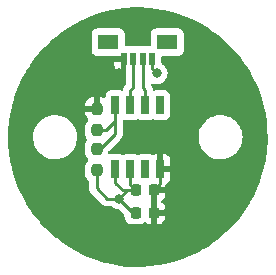
<source format=gbr>
%TF.GenerationSoftware,KiCad,Pcbnew,(6.0.7)*%
%TF.CreationDate,2022-09-29T17:13:44+13:00*%
%TF.ProjectId,encoder,656e636f-6465-4722-9e6b-696361645f70,rev?*%
%TF.SameCoordinates,Original*%
%TF.FileFunction,Copper,L1,Top*%
%TF.FilePolarity,Positive*%
%FSLAX46Y46*%
G04 Gerber Fmt 4.6, Leading zero omitted, Abs format (unit mm)*
G04 Created by KiCad (PCBNEW (6.0.7)) date 2022-09-29 17:13:44*
%MOMM*%
%LPD*%
G01*
G04 APERTURE LIST*
G04 Aperture macros list*
%AMRoundRect*
0 Rectangle with rounded corners*
0 $1 Rounding radius*
0 $2 $3 $4 $5 $6 $7 $8 $9 X,Y pos of 4 corners*
0 Add a 4 corners polygon primitive as box body*
4,1,4,$2,$3,$4,$5,$6,$7,$8,$9,$2,$3,0*
0 Add four circle primitives for the rounded corners*
1,1,$1+$1,$2,$3*
1,1,$1+$1,$4,$5*
1,1,$1+$1,$6,$7*
1,1,$1+$1,$8,$9*
0 Add four rect primitives between the rounded corners*
20,1,$1+$1,$2,$3,$4,$5,0*
20,1,$1+$1,$4,$5,$6,$7,0*
20,1,$1+$1,$6,$7,$8,$9,0*
20,1,$1+$1,$8,$9,$2,$3,0*%
G04 Aperture macros list end*
%TA.AperFunction,SMDPad,CuDef*%
%ADD10R,0.558800X1.092200*%
%TD*%
%TA.AperFunction,SMDPad,CuDef*%
%ADD11R,1.803400X1.295400*%
%TD*%
%TA.AperFunction,SMDPad,CuDef*%
%ADD12RoundRect,0.225000X0.225000X0.250000X-0.225000X0.250000X-0.225000X-0.250000X0.225000X-0.250000X0*%
%TD*%
%TA.AperFunction,SMDPad,CuDef*%
%ADD13R,0.650000X1.500000*%
%TD*%
%TA.AperFunction,SMDPad,CuDef*%
%ADD14RoundRect,0.237500X-0.237500X0.250000X-0.237500X-0.250000X0.237500X-0.250000X0.237500X0.250000X0*%
%TD*%
%TA.AperFunction,SMDPad,CuDef*%
%ADD15RoundRect,0.225000X-0.225000X-0.250000X0.225000X-0.250000X0.225000X0.250000X-0.225000X0.250000X0*%
%TD*%
%TA.AperFunction,SMDPad,CuDef*%
%ADD16RoundRect,0.237500X0.237500X-0.250000X0.237500X0.250000X-0.237500X0.250000X-0.237500X-0.250000X0*%
%TD*%
%TA.AperFunction,ViaPad*%
%ADD17C,0.800000*%
%TD*%
%TA.AperFunction,Conductor*%
%ADD18C,0.250000*%
%TD*%
G04 APERTURE END LIST*
D10*
%TO.P,J1,1,VDD*%
%TO.N,+3.3V*%
X1200000Y6649200D03*
%TO.P,J1,2,GND*%
%TO.N,/SDA*%
X399999Y6649200D03*
%TO.P,J1,3,SCL*%
%TO.N,/SCL*%
X-399999Y6649200D03*
%TO.P,J1,4,SDA*%
%TO.N,GND*%
X-1200000Y6649200D03*
D11*
%TO.P,J1,~*%
%TO.N,N/C*%
X-2500000Y8049200D03*
X2500000Y8049200D03*
%TD*%
D12*
%TO.P,C2,1,1*%
%TO.N,GND*%
X1375000Y-6400000D03*
%TO.P,C2,2,2*%
%TO.N,+3.3V*%
X-175000Y-6400000D03*
%TD*%
D13*
%TO.P,U1,1,VDD5V*%
%TO.N,+3.3V*%
X-1905000Y-2700000D03*
%TO.P,U1,2,VDD3V3*%
X-635000Y-2700000D03*
%TO.P,U1,3,OUT*%
%TO.N,unconnected-(U1-Pad3)*%
X635000Y-2700000D03*
%TO.P,U1,4,GND*%
%TO.N,GND*%
X1905000Y-2700000D03*
%TO.P,U1,5,PGO*%
%TO.N,unconnected-(U1-Pad5)*%
X1905000Y2700000D03*
%TO.P,U1,6,SDA*%
%TO.N,/SDA*%
X635000Y2700000D03*
%TO.P,U1,7,SCL*%
%TO.N,/SCL*%
X-635000Y2700000D03*
%TO.P,U1,8,DIR*%
%TO.N,/DIR*%
X-1905000Y2700000D03*
%TD*%
D14*
%TO.P,R1,1*%
%TO.N,/DIR*%
X-3500000Y-987500D03*
%TO.P,R1,2*%
%TO.N,+3.3V*%
X-3500000Y-2812500D03*
%TD*%
D15*
%TO.P,C1,1*%
%TO.N,+3.3V*%
X-175000Y-4500000D03*
%TO.P,C1,2*%
%TO.N,GND*%
X1375000Y-4500000D03*
%TD*%
D16*
%TO.P,R2,1*%
%TO.N,/DIR*%
X-3500000Y587500D03*
%TO.P,R2,2*%
%TO.N,GND*%
X-3500000Y2412500D03*
%TD*%
D17*
%TO.N,GND*%
X2800000Y-4600000D03*
X-1600000Y5400000D03*
%TO.N,+3.3V*%
X-1600000Y-5200000D03*
X1600000Y5400000D03*
%TD*%
D18*
%TO.N,GND*%
X1905000Y-2700000D02*
X1905000Y-3970000D01*
X-1200000Y5800000D02*
X-1600000Y5400000D01*
X1375000Y-6400000D02*
X2050000Y-6400000D01*
X1375000Y-4500000D02*
X2700000Y-4500000D01*
X2800000Y-5650000D02*
X2800000Y-4600000D01*
X-1200000Y6649200D02*
X-1200000Y5800000D01*
X2700000Y-4500000D02*
X2800000Y-4600000D01*
X2050000Y-6400000D02*
X2800000Y-5650000D01*
X1905000Y-3970000D02*
X1375000Y-4500000D01*
%TO.N,/SDA*%
X635000Y3965000D02*
X399999Y4200001D01*
X635000Y2700000D02*
X635000Y3965000D01*
X399999Y4200001D02*
X399999Y6649200D01*
%TO.N,/DIR*%
X-1905000Y295000D02*
X-3187500Y-987500D01*
X-3500000Y587500D02*
X-2712500Y587500D01*
X-1905000Y2700000D02*
X-1905000Y1395000D01*
X-3187500Y-987500D02*
X-3500000Y-987500D01*
X-1905000Y1395000D02*
X-1905000Y295000D01*
X-2712500Y587500D02*
X-1905000Y1395000D01*
%TO.N,/SCL*%
X-635000Y2700000D02*
X-635000Y3965000D01*
X-399999Y4200001D02*
X-399999Y6649200D01*
X-635000Y3965000D02*
X-399999Y4200001D01*
%TO.N,+3.3V*%
X-900000Y-4500000D02*
X-700000Y-4500000D01*
X-400000Y-6400000D02*
X-1600000Y-5200000D01*
X-175000Y-6400000D02*
X-400000Y-6400000D01*
X-635000Y-2700000D02*
X-635000Y-4040000D01*
X-635000Y-4040000D02*
X-175000Y-4500000D01*
X-1905000Y-3895000D02*
X-1905000Y-2700000D01*
X-1600000Y-5200000D02*
X-900000Y-4500000D01*
X1200000Y5800000D02*
X1600000Y5400000D01*
X-3500000Y-2812500D02*
X-3500000Y-4300000D01*
X-3500000Y-4300000D02*
X-2600000Y-5200000D01*
X-700000Y-4500000D02*
X-1300000Y-4500000D01*
X-700000Y-4500000D02*
X-175000Y-4500000D01*
X1200000Y6649200D02*
X1200000Y5800000D01*
X-1300000Y-4500000D02*
X-1905000Y-3895000D01*
X-2600000Y-5200000D02*
X-1600000Y-5200000D01*
%TD*%
%TA.AperFunction,Conductor*%
%TO.N,GND*%
G36*
X310639Y10986999D02*
G01*
X738406Y10962334D01*
X954238Y10949889D01*
X961669Y10949240D01*
X1601984Y10874020D01*
X1609356Y10872931D01*
X2031412Y10797751D01*
X2244023Y10759879D01*
X2251341Y10758351D01*
X2878227Y10607849D01*
X2885428Y10605893D01*
X3502290Y10418475D01*
X3509330Y10416105D01*
X4113984Y10192437D01*
X4120908Y10189639D01*
X4711216Y9930512D01*
X4717970Y9927306D01*
X5291874Y9633625D01*
X5298425Y9630023D01*
X5853879Y9302835D01*
X5860205Y9298852D01*
X6395299Y8939284D01*
X6401378Y8934932D01*
X6914211Y8544258D01*
X6920020Y8539553D01*
X7408756Y8119174D01*
X7414277Y8114133D01*
X7877241Y7665489D01*
X7882453Y7660129D01*
X8317982Y7184833D01*
X8322867Y7179174D01*
X8729447Y6678877D01*
X8733988Y6672938D01*
X8852683Y6507757D01*
X8999946Y6302819D01*
X9110189Y6149399D01*
X9114365Y6143207D01*
X9458841Y5598301D01*
X9462643Y5591874D01*
X9669786Y5216635D01*
X9774217Y5027458D01*
X9777634Y5020808D01*
X10046557Y4457000D01*
X10055168Y4438946D01*
X10058182Y4432112D01*
X10142113Y4225416D01*
X10300733Y3834782D01*
X10303338Y3827775D01*
X10510023Y3217151D01*
X10512209Y3210002D01*
X10580785Y2959331D01*
X10682326Y2588157D01*
X10684076Y2580927D01*
X10817015Y1950088D01*
X10818336Y1942746D01*
X10913172Y1308183D01*
X10913628Y1305133D01*
X10914512Y1297722D01*
X10971820Y655601D01*
X10972263Y648150D01*
X10991396Y3513D01*
X10991408Y-3514D01*
X10983246Y-315209D01*
X10976529Y-571741D01*
X10976148Y-578764D01*
X10966909Y-691146D01*
X10923307Y-1221477D01*
X10922474Y-1228906D01*
X10832894Y-1858335D01*
X10831639Y-1867150D01*
X10830369Y-1874503D01*
X10807314Y-1987824D01*
X10701836Y-2506266D01*
X10700128Y-2513545D01*
X10534367Y-3136520D01*
X10532232Y-3143684D01*
X10453712Y-3381107D01*
X10337773Y-3731673D01*
X10329805Y-3755765D01*
X10327251Y-3762782D01*
X10109504Y-4309958D01*
X10088883Y-4361776D01*
X10085914Y-4368637D01*
X9812442Y-4952436D01*
X9809071Y-4959109D01*
X9501456Y-5525665D01*
X9497705Y-5532111D01*
X9157009Y-6079461D01*
X9152903Y-6085641D01*
X8780358Y-6611805D01*
X8775877Y-6617752D01*
X8624913Y-6806186D01*
X8372787Y-7120890D01*
X8367942Y-7126583D01*
X7935740Y-7604912D01*
X7930565Y-7610308D01*
X7470736Y-8062180D01*
X7465251Y-8067259D01*
X6979455Y-8491045D01*
X6973678Y-8495790D01*
X6463599Y-8890024D01*
X6457551Y-8894418D01*
X5924991Y-9257707D01*
X5918699Y-9261731D01*
X5365496Y-9592816D01*
X5359008Y-9596442D01*
X4863997Y-9854128D01*
X4787168Y-9894123D01*
X4780438Y-9897377D01*
X4191950Y-10160620D01*
X4185038Y-10163469D01*
X3581980Y-10391345D01*
X3574911Y-10393779D01*
X2959398Y-10585490D01*
X2952198Y-10587500D01*
X2326410Y-10742368D01*
X2319105Y-10743948D01*
X1685212Y-10861432D01*
X1677851Y-10862572D01*
X1038090Y-10942258D01*
X1030654Y-10942961D01*
X387317Y-10984563D01*
X379874Y-10984823D01*
X29520Y-10986658D01*
X-264795Y-10988199D01*
X-272269Y-10988017D01*
X-781760Y-10960424D01*
X-916020Y-10953153D01*
X-923465Y-10952527D01*
X-1563996Y-10879548D01*
X-1571377Y-10878484D01*
X-1794613Y-10839523D01*
X-2206461Y-10767644D01*
X-2213784Y-10766141D01*
X-2720680Y-10646317D01*
X-2841181Y-10617832D01*
X-2848378Y-10615904D01*
X-3465885Y-10430642D01*
X-3472970Y-10428285D01*
X-4078375Y-10206738D01*
X-4085316Y-10203962D01*
X-4676532Y-9946894D01*
X-4683297Y-9943710D01*
X-5258204Y-9652043D01*
X-5264767Y-9648465D01*
X-5821375Y-9323210D01*
X-5827716Y-9319248D01*
X-6364057Y-8961552D01*
X-6370150Y-8957222D01*
X-6884341Y-8568343D01*
X-6890167Y-8563658D01*
X-6969630Y-8495790D01*
X-7380380Y-8144977D01*
X-7385897Y-8139975D01*
X-7820170Y-7722064D01*
X-7850434Y-7692940D01*
X-7855664Y-7687599D01*
X-8274794Y-7233393D01*
X-8292856Y-7213819D01*
X-8297755Y-7208184D01*
X-8306820Y-7197108D01*
X-8494245Y-6968120D01*
X-8706086Y-6709301D01*
X-8710647Y-6703378D01*
X-8937079Y-6390574D01*
X-9088668Y-6181161D01*
X-9092865Y-6174986D01*
X-9111710Y-6145405D01*
X-9439257Y-5631260D01*
X-9443079Y-5624848D01*
X-9449983Y-5612443D01*
X-9756599Y-5061563D01*
X-9760040Y-5054926D01*
X-10039619Y-4474003D01*
X-10042659Y-4467173D01*
X-10287273Y-3870741D01*
X-10289904Y-3863744D01*
X-10498735Y-3253801D01*
X-10500945Y-3246659D01*
X-10507608Y-3222631D01*
X-10538269Y-3112072D01*
X-4483500Y-3112072D01*
X-4483163Y-3115318D01*
X-4483163Y-3115322D01*
X-4480587Y-3140144D01*
X-4472707Y-3216093D01*
X-4470526Y-3222629D01*
X-4470526Y-3222631D01*
X-4461303Y-3250275D01*
X-4417654Y-3381107D01*
X-4326116Y-3529031D01*
X-4320934Y-3534204D01*
X-4208184Y-3646758D01*
X-4208179Y-3646762D01*
X-4203003Y-3651929D01*
X-4196773Y-3655769D01*
X-4196772Y-3655770D01*
X-4193386Y-3657857D01*
X-4191559Y-3659886D01*
X-4191027Y-3660307D01*
X-4191099Y-3660398D01*
X-4145892Y-3710628D01*
X-4133500Y-3765118D01*
X-4133500Y-4221233D01*
X-4134027Y-4232416D01*
X-4135702Y-4239909D01*
X-4135453Y-4247835D01*
X-4135453Y-4247836D01*
X-4133562Y-4307986D01*
X-4133500Y-4311945D01*
X-4133500Y-4339856D01*
X-4133003Y-4343790D01*
X-4133003Y-4343791D01*
X-4132995Y-4343856D01*
X-4132062Y-4355693D01*
X-4130673Y-4399889D01*
X-4125022Y-4419339D01*
X-4121013Y-4438700D01*
X-4118474Y-4458797D01*
X-4115555Y-4466168D01*
X-4115555Y-4466170D01*
X-4102196Y-4499912D01*
X-4098351Y-4511142D01*
X-4086018Y-4553593D01*
X-4081985Y-4560412D01*
X-4081983Y-4560417D01*
X-4075707Y-4571028D01*
X-4067012Y-4588776D01*
X-4059552Y-4607617D01*
X-4054890Y-4614033D01*
X-4054890Y-4614034D01*
X-4033564Y-4643387D01*
X-4027048Y-4653307D01*
X-4004542Y-4691362D01*
X-3990221Y-4705683D01*
X-3977381Y-4720716D01*
X-3965472Y-4737107D01*
X-3937962Y-4759865D01*
X-3931395Y-4765298D01*
X-3922616Y-4773288D01*
X-3103657Y-5592247D01*
X-3096113Y-5600537D01*
X-3092000Y-5607018D01*
X-3086223Y-5612443D01*
X-3042333Y-5653658D01*
X-3039491Y-5656413D01*
X-3019770Y-5676134D01*
X-3016575Y-5678612D01*
X-3007553Y-5686318D01*
X-2975321Y-5716586D01*
X-2968372Y-5720406D01*
X-2957568Y-5726346D01*
X-2941044Y-5737199D01*
X-2925041Y-5749613D01*
X-2884457Y-5767176D01*
X-2873827Y-5772383D01*
X-2835060Y-5793695D01*
X-2827383Y-5795666D01*
X-2827378Y-5795668D01*
X-2815442Y-5798732D01*
X-2796734Y-5805137D01*
X-2778145Y-5813181D01*
X-2770317Y-5814421D01*
X-2770310Y-5814423D01*
X-2734476Y-5820099D01*
X-2722856Y-5822505D01*
X-2687711Y-5831528D01*
X-2680030Y-5833500D01*
X-2659776Y-5833500D01*
X-2640066Y-5835051D01*
X-2620057Y-5838220D01*
X-2612165Y-5837474D01*
X-2576039Y-5834059D01*
X-2564181Y-5833500D01*
X-2308200Y-5833500D01*
X-2240079Y-5853502D01*
X-2220853Y-5869843D01*
X-2220580Y-5869540D01*
X-2215668Y-5873963D01*
X-2211253Y-5878866D01*
X-2056752Y-5991118D01*
X-2050724Y-5993802D01*
X-2050722Y-5993803D01*
X-1888319Y-6066109D01*
X-1882288Y-6068794D01*
X-1802973Y-6085653D01*
X-1701944Y-6107128D01*
X-1701939Y-6107128D01*
X-1695487Y-6108500D01*
X-1639594Y-6108500D01*
X-1571473Y-6128502D01*
X-1550499Y-6145405D01*
X-1170405Y-6525499D01*
X-1136379Y-6587811D01*
X-1133500Y-6614594D01*
X-1133500Y-6698732D01*
X-1133163Y-6701978D01*
X-1133163Y-6701982D01*
X-1129625Y-6736083D01*
X-1122887Y-6801019D01*
X-1068756Y-6963268D01*
X-978752Y-7108713D01*
X-857702Y-7229552D01*
X-851472Y-7233392D01*
X-851471Y-7233393D01*
X-719980Y-7314445D01*
X-712101Y-7319302D01*
X-549757Y-7373149D01*
X-542920Y-7373849D01*
X-542918Y-7373850D01*
X-501599Y-7378083D01*
X-448732Y-7383500D01*
X98732Y-7383500D01*
X101978Y-7383163D01*
X101982Y-7383163D01*
X136083Y-7379625D01*
X201019Y-7372887D01*
X354726Y-7321606D01*
X356324Y-7321073D01*
X356326Y-7321072D01*
X363268Y-7318756D01*
X508713Y-7228752D01*
X513886Y-7223570D01*
X519623Y-7219023D01*
X521055Y-7220830D01*
X573575Y-7192098D01*
X644395Y-7197108D01*
X680853Y-7220499D01*
X681683Y-7219448D01*
X698840Y-7232998D01*
X831880Y-7315004D01*
X845061Y-7321151D01*
X993814Y-7370491D01*
X1007190Y-7373358D01*
X1098097Y-7382672D01*
X1103126Y-7382929D01*
X1118124Y-7378525D01*
X1119329Y-7377135D01*
X1121000Y-7369452D01*
X1121000Y-7364885D01*
X1629000Y-7364885D01*
X1633475Y-7380124D01*
X1634865Y-7381329D01*
X1642548Y-7383000D01*
X1645438Y-7383000D01*
X1651953Y-7382663D01*
X1744057Y-7373106D01*
X1757456Y-7370212D01*
X1906107Y-7320619D01*
X1919286Y-7314445D01*
X2052173Y-7232212D01*
X2063574Y-7223176D01*
X2173986Y-7112571D01*
X2182998Y-7101160D01*
X2265004Y-6968120D01*
X2271151Y-6954939D01*
X2320491Y-6806186D01*
X2323358Y-6792810D01*
X2332672Y-6701903D01*
X2333000Y-6695487D01*
X2333000Y-6672115D01*
X2328525Y-6656876D01*
X2327135Y-6655671D01*
X2319452Y-6654000D01*
X1647115Y-6654000D01*
X1631876Y-6658475D01*
X1630671Y-6659865D01*
X1629000Y-6667548D01*
X1629000Y-7364885D01*
X1121000Y-7364885D01*
X1121000Y-6127885D01*
X1629000Y-6127885D01*
X1633475Y-6143124D01*
X1634865Y-6144329D01*
X1642548Y-6146000D01*
X2314885Y-6146000D01*
X2330124Y-6141525D01*
X2331329Y-6140135D01*
X2333000Y-6132452D01*
X2333000Y-6104562D01*
X2332663Y-6098047D01*
X2323106Y-6005943D01*
X2320212Y-5992544D01*
X2270619Y-5843893D01*
X2264445Y-5830714D01*
X2182212Y-5697827D01*
X2173176Y-5686426D01*
X2062571Y-5576014D01*
X2051160Y-5567002D01*
X2035259Y-5557201D01*
X1987765Y-5504430D01*
X1976340Y-5434359D01*
X2004613Y-5369234D01*
X2035069Y-5342796D01*
X2052176Y-5332210D01*
X2063574Y-5323176D01*
X2173986Y-5212571D01*
X2182998Y-5201160D01*
X2265004Y-5068120D01*
X2271151Y-5054939D01*
X2320491Y-4906186D01*
X2323358Y-4892810D01*
X2332672Y-4801903D01*
X2333000Y-4795487D01*
X2333000Y-4772115D01*
X2328525Y-4756876D01*
X2327135Y-4755671D01*
X2319452Y-4754000D01*
X1647115Y-4754000D01*
X1631876Y-4758475D01*
X1630671Y-4759865D01*
X1629000Y-4767548D01*
X1629000Y-6127885D01*
X1121000Y-6127885D01*
X1121000Y-4372000D01*
X1141002Y-4303879D01*
X1194658Y-4257386D01*
X1247000Y-4246000D01*
X2314885Y-4246000D01*
X2330124Y-4241525D01*
X2331329Y-4240135D01*
X2333000Y-4232452D01*
X2333000Y-4204562D01*
X2332663Y-4198047D01*
X2323106Y-4105943D01*
X2320212Y-4092544D01*
X2318977Y-4088842D01*
X2318889Y-4086415D01*
X2318757Y-4085806D01*
X2318866Y-4085783D01*
X2316393Y-4017893D01*
X2352576Y-3956809D01*
X2394272Y-3930984D01*
X2468052Y-3903325D01*
X2483649Y-3894786D01*
X2585724Y-3818285D01*
X2598285Y-3805724D01*
X2674786Y-3703649D01*
X2683324Y-3688054D01*
X2728478Y-3567606D01*
X2732105Y-3552351D01*
X2737631Y-3501486D01*
X2738000Y-3494672D01*
X2738000Y-2972115D01*
X2733525Y-2956876D01*
X2732135Y-2955671D01*
X2724452Y-2954000D01*
X1777000Y-2954000D01*
X1708879Y-2933998D01*
X1662386Y-2880342D01*
X1651000Y-2828000D01*
X1651000Y-2427885D01*
X2159000Y-2427885D01*
X2163475Y-2443124D01*
X2164865Y-2444329D01*
X2172548Y-2446000D01*
X2719884Y-2446000D01*
X2735123Y-2441525D01*
X2736328Y-2440135D01*
X2737999Y-2432452D01*
X2737999Y-1905331D01*
X2737629Y-1898510D01*
X2732105Y-1847648D01*
X2728479Y-1832396D01*
X2683324Y-1711946D01*
X2674786Y-1696351D01*
X2598285Y-1594276D01*
X2585724Y-1581715D01*
X2483649Y-1505214D01*
X2468054Y-1496676D01*
X2347606Y-1451522D01*
X2332351Y-1447895D01*
X2281486Y-1442369D01*
X2274672Y-1442000D01*
X2177115Y-1442000D01*
X2161876Y-1446475D01*
X2160671Y-1447865D01*
X2159000Y-1455548D01*
X2159000Y-2427885D01*
X1651000Y-2427885D01*
X1651000Y-1460116D01*
X1646525Y-1444877D01*
X1645135Y-1443672D01*
X1637452Y-1442001D01*
X1535331Y-1442001D01*
X1528510Y-1442371D01*
X1477648Y-1447895D01*
X1462396Y-1451521D01*
X1341942Y-1496677D01*
X1331035Y-1502649D01*
X1261678Y-1517818D01*
X1211732Y-1503153D01*
X1206705Y-1499385D01*
X1198304Y-1496236D01*
X1198301Y-1496234D01*
X1080423Y-1452044D01*
X1070316Y-1448255D01*
X1008134Y-1441500D01*
X261866Y-1441500D01*
X199684Y-1448255D01*
X189577Y-1452044D01*
X71699Y-1496234D01*
X71696Y-1496236D01*
X63295Y-1499385D01*
X58836Y-1502727D01*
X-8848Y-1517530D01*
X-58561Y-1502933D01*
X-63295Y-1499385D01*
X-71696Y-1496236D01*
X-71699Y-1496234D01*
X-189577Y-1452044D01*
X-199684Y-1448255D01*
X-261866Y-1441500D01*
X-1008134Y-1441500D01*
X-1070316Y-1448255D01*
X-1080423Y-1452044D01*
X-1198301Y-1496234D01*
X-1198304Y-1496236D01*
X-1206705Y-1499385D01*
X-1211164Y-1502727D01*
X-1278848Y-1517530D01*
X-1328561Y-1502933D01*
X-1333295Y-1499385D01*
X-1341696Y-1496236D01*
X-1341699Y-1496234D01*
X-1459577Y-1452044D01*
X-1469684Y-1448255D01*
X-1531866Y-1441500D01*
X-2278134Y-1441500D01*
X-2340316Y-1448255D01*
X-2350423Y-1452044D01*
X-2352680Y-1452209D01*
X-2355400Y-1452856D01*
X-2355505Y-1452416D01*
X-2421229Y-1457229D01*
X-2483599Y-1423309D01*
X-2517730Y-1361055D01*
X-2519999Y-1321220D01*
X-2516828Y-1290269D01*
X-2516500Y-1287072D01*
X-2516500Y-1264594D01*
X-2496498Y-1196473D01*
X-2479599Y-1175503D01*
X-1512736Y-208641D01*
X-1504462Y-201112D01*
X-1497982Y-197000D01*
X-1451356Y-147348D01*
X-1448602Y-144507D01*
X-1428865Y-124770D01*
X-1426385Y-121573D01*
X-1418680Y-112551D01*
X-1393841Y-86100D01*
X-1388414Y-80321D01*
X-1384595Y-73375D01*
X-1384593Y-73372D01*
X-1378652Y-62566D01*
X-1367801Y-46047D01*
X-1364877Y-42277D01*
X5137009Y-42277D01*
X5162625Y-310769D01*
X5163710Y-315203D01*
X5163711Y-315209D01*
X5209680Y-503069D01*
X5226731Y-572750D01*
X5327985Y-822733D01*
X5464265Y-1055482D01*
X5467118Y-1059049D01*
X5584686Y-1206060D01*
X5632716Y-1266119D01*
X5829809Y-1450234D01*
X6051416Y-1603968D01*
X6055499Y-1605999D01*
X6055502Y-1606001D01*
X6139818Y-1647947D01*
X6292894Y-1724101D01*
X6297228Y-1725522D01*
X6297231Y-1725523D01*
X6544853Y-1806698D01*
X6544859Y-1806699D01*
X6549186Y-1808118D01*
X6553677Y-1808898D01*
X6553678Y-1808898D01*
X6811140Y-1853601D01*
X6811148Y-1853602D01*
X6814921Y-1854257D01*
X6818758Y-1854448D01*
X6898578Y-1858422D01*
X6898586Y-1858422D01*
X6900149Y-1858500D01*
X7068512Y-1858500D01*
X7070780Y-1858335D01*
X7070792Y-1858335D01*
X7201884Y-1848823D01*
X7269004Y-1843953D01*
X7273459Y-1842969D01*
X7273462Y-1842969D01*
X7527912Y-1786791D01*
X7527916Y-1786790D01*
X7532372Y-1785806D01*
X7658480Y-1738028D01*
X7780318Y-1691868D01*
X7780321Y-1691867D01*
X7784588Y-1690250D01*
X7979988Y-1581715D01*
X8016375Y-1561504D01*
X8016376Y-1561503D01*
X8020368Y-1559286D01*
X8150312Y-1460116D01*
X8231141Y-1398429D01*
X8231142Y-1398428D01*
X8234773Y-1395657D01*
X8293286Y-1335802D01*
X8405046Y-1221477D01*
X8423312Y-1202792D01*
X8582034Y-984730D01*
X8665190Y-826676D01*
X8705490Y-750079D01*
X8705493Y-750073D01*
X8707615Y-746039D01*
X8727348Y-690162D01*
X8795902Y-496033D01*
X8795902Y-496032D01*
X8797425Y-491720D01*
X8849581Y-227100D01*
X8849808Y-222544D01*
X8862764Y37708D01*
X8862764Y37714D01*
X8862991Y42277D01*
X8837375Y310769D01*
X8835371Y318961D01*
X8774355Y568312D01*
X8773269Y572750D01*
X8672015Y822733D01*
X8535735Y1055482D01*
X8417928Y1202792D01*
X8370136Y1262553D01*
X8370135Y1262555D01*
X8367284Y1266119D01*
X8170191Y1450234D01*
X7948584Y1603968D01*
X7944501Y1605999D01*
X7944498Y1606001D01*
X7779606Y1688033D01*
X7707106Y1724101D01*
X7702772Y1725522D01*
X7702769Y1725523D01*
X7455147Y1806698D01*
X7455141Y1806699D01*
X7450814Y1808118D01*
X7446322Y1808898D01*
X7188860Y1853601D01*
X7188852Y1853602D01*
X7185079Y1854257D01*
X7173817Y1854818D01*
X7101422Y1858422D01*
X7101414Y1858422D01*
X7099851Y1858500D01*
X6931488Y1858500D01*
X6929220Y1858335D01*
X6929208Y1858335D01*
X6798116Y1848823D01*
X6730996Y1843953D01*
X6726541Y1842969D01*
X6726538Y1842969D01*
X6472088Y1786791D01*
X6472084Y1786790D01*
X6467628Y1785806D01*
X6341520Y1738028D01*
X6219682Y1691868D01*
X6219679Y1691867D01*
X6215412Y1690250D01*
X5979632Y1559286D01*
X5937752Y1527324D01*
X5803503Y1424868D01*
X5765227Y1395657D01*
X5762034Y1392391D01*
X5762032Y1392389D01*
X5731563Y1361221D01*
X5576688Y1202792D01*
X5417966Y984730D01*
X5415844Y980696D01*
X5294510Y750079D01*
X5294507Y750073D01*
X5292385Y746039D01*
X5290865Y741734D01*
X5290863Y741730D01*
X5204098Y496033D01*
X5202575Y491720D01*
X5201692Y487238D01*
X5158306Y267114D01*
X5150419Y227100D01*
X5150192Y222547D01*
X5150192Y222544D01*
X5137390Y-34627D01*
X5137009Y-42277D01*
X-1364877Y-42277D01*
X-1360242Y-36301D01*
X-1355386Y-30041D01*
X-1352241Y-22772D01*
X-1352238Y-22768D01*
X-1337826Y10537D01*
X-1332609Y21187D01*
X-1311305Y59940D01*
X-1306267Y79563D01*
X-1299863Y98266D01*
X-1294967Y109580D01*
X-1294967Y109581D01*
X-1291819Y116855D01*
X-1290580Y124678D01*
X-1290577Y124688D01*
X-1284901Y160524D01*
X-1282495Y172144D01*
X-1273472Y207289D01*
X-1273472Y207290D01*
X-1271500Y214970D01*
X-1271500Y235224D01*
X-1269949Y254935D01*
X-1268020Y267114D01*
X-1266780Y274943D01*
X-1270941Y318962D01*
X-1271500Y330819D01*
X-1271500Y1335231D01*
X-1269948Y1354947D01*
X-1268954Y1361221D01*
X-1238539Y1425373D01*
X-1178269Y1462897D01*
X-1107279Y1461880D01*
X-1100275Y1459486D01*
X-1070316Y1448255D01*
X-1008134Y1441500D01*
X-261866Y1441500D01*
X-199684Y1448255D01*
X-152414Y1465976D01*
X-71699Y1496234D01*
X-71696Y1496236D01*
X-63295Y1499385D01*
X-58836Y1502727D01*
X8848Y1517530D01*
X58561Y1502933D01*
X63295Y1499385D01*
X71696Y1496236D01*
X71699Y1496234D01*
X152414Y1465976D01*
X199684Y1448255D01*
X261866Y1441500D01*
X1008134Y1441500D01*
X1070316Y1448255D01*
X1117586Y1465976D01*
X1198301Y1496234D01*
X1198304Y1496236D01*
X1206705Y1499385D01*
X1211164Y1502727D01*
X1278848Y1517530D01*
X1328561Y1502933D01*
X1333295Y1499385D01*
X1341696Y1496236D01*
X1341699Y1496234D01*
X1422414Y1465976D01*
X1469684Y1448255D01*
X1531866Y1441500D01*
X2278134Y1441500D01*
X2340316Y1448255D01*
X2476705Y1499385D01*
X2593261Y1586739D01*
X2680615Y1703295D01*
X2731745Y1839684D01*
X2738500Y1901866D01*
X2738500Y3498134D01*
X2731745Y3560316D01*
X2680615Y3696705D01*
X2593261Y3813261D01*
X2476705Y3900615D01*
X2340316Y3951745D01*
X2278134Y3958500D01*
X1531866Y3958500D01*
X1469684Y3951745D01*
X1462288Y3948973D01*
X1462282Y3948971D01*
X1436208Y3939196D01*
X1365401Y3934013D01*
X1303032Y3967934D01*
X1268903Y4030190D01*
X1266041Y4053217D01*
X1265923Y4056963D01*
X1265674Y4064889D01*
X1260021Y4084348D01*
X1256012Y4103707D01*
X1255846Y4105017D01*
X1253474Y4123797D01*
X1250558Y4131163D01*
X1250556Y4131169D01*
X1237200Y4164902D01*
X1233355Y4176132D01*
X1223230Y4210983D01*
X1223230Y4210984D01*
X1221019Y4218593D01*
X1210705Y4236034D01*
X1202008Y4253787D01*
X1197472Y4265242D01*
X1194552Y4272617D01*
X1168563Y4308388D01*
X1162047Y4318308D01*
X1153138Y4333372D01*
X1139542Y4356361D01*
X1140776Y4357091D01*
X1117962Y4415194D01*
X1131861Y4484817D01*
X1181195Y4535873D01*
X1250300Y4552152D01*
X1294717Y4541444D01*
X1307230Y4535873D01*
X1317712Y4531206D01*
X1411112Y4511353D01*
X1498056Y4492872D01*
X1498061Y4492872D01*
X1504513Y4491500D01*
X1695487Y4491500D01*
X1701939Y4492872D01*
X1701944Y4492872D01*
X1788888Y4511353D01*
X1882288Y4531206D01*
X1888319Y4533891D01*
X2050722Y4606197D01*
X2050724Y4606198D01*
X2056752Y4608882D01*
X2211253Y4721134D01*
X2339040Y4863056D01*
X2414247Y4993318D01*
X2431223Y5022721D01*
X2431224Y5022722D01*
X2434527Y5028444D01*
X2493542Y5210072D01*
X2513504Y5400000D01*
X2493542Y5589928D01*
X2434527Y5771556D01*
X2339040Y5936944D01*
X2288762Y5992784D01*
X2215675Y6073955D01*
X2215674Y6073956D01*
X2211253Y6078866D01*
X2122704Y6143201D01*
X2062090Y6187240D01*
X2062088Y6187241D01*
X2056752Y6191118D01*
X2050861Y6193741D01*
X2001906Y6245084D01*
X1987900Y6302819D01*
X1987900Y6767000D01*
X2007902Y6835121D01*
X2061558Y6881614D01*
X2113900Y6893000D01*
X3449834Y6893000D01*
X3512016Y6899755D01*
X3648405Y6950885D01*
X3764961Y7038239D01*
X3852315Y7154795D01*
X3903445Y7291184D01*
X3910200Y7353366D01*
X3910200Y8745034D01*
X3903445Y8807216D01*
X3852315Y8943605D01*
X3764961Y9060161D01*
X3648405Y9147515D01*
X3512016Y9198645D01*
X3449834Y9205400D01*
X1550166Y9205400D01*
X1487984Y9198645D01*
X1351595Y9147515D01*
X1235039Y9060161D01*
X1147685Y8943605D01*
X1096555Y8807216D01*
X1089800Y8745034D01*
X1089800Y7829800D01*
X1069798Y7761679D01*
X1016142Y7715186D01*
X963800Y7703800D01*
X872466Y7703800D01*
X869069Y7703431D01*
X857400Y7702163D01*
X813607Y7697406D01*
X786392Y7697406D01*
X730930Y7703431D01*
X727533Y7703800D01*
X72465Y7703800D01*
X13606Y7697406D01*
X-13606Y7697406D01*
X-72465Y7703800D01*
X-727533Y7703800D01*
X-730928Y7703431D01*
X-730932Y7703431D01*
X-788716Y7697154D01*
X-815930Y7697154D01*
X-869112Y7702931D01*
X-875928Y7703300D01*
X-963800Y7703300D01*
X-1031921Y7723302D01*
X-1078414Y7776958D01*
X-1089800Y7829300D01*
X-1089800Y8745034D01*
X-1096555Y8807216D01*
X-1147685Y8943605D01*
X-1235039Y9060161D01*
X-1351595Y9147515D01*
X-1487984Y9198645D01*
X-1550166Y9205400D01*
X-3449834Y9205400D01*
X-3512016Y9198645D01*
X-3648405Y9147515D01*
X-3764961Y9060161D01*
X-3852315Y8943605D01*
X-3903445Y8807216D01*
X-3910200Y8745034D01*
X-3910200Y7353366D01*
X-3903445Y7291184D01*
X-3852315Y7154795D01*
X-3764961Y7038239D01*
X-3648405Y6950885D01*
X-3512016Y6899755D01*
X-3449834Y6893000D01*
X-1550166Y6893000D01*
X-1546769Y6893369D01*
X-1495835Y6898902D01*
X-1495834Y6898902D01*
X-1487984Y6899755D01*
X-1485989Y6900503D01*
X-1462986Y6903200D01*
X-1313899Y6903200D01*
X-1245778Y6883198D01*
X-1199285Y6829542D01*
X-1187899Y6777200D01*
X-1187899Y6054966D01*
X-1181144Y5992784D01*
X-1130014Y5856395D01*
X-1124628Y5849209D01*
X-1058673Y5761205D01*
X-1033825Y5694699D01*
X-1033499Y5685640D01*
X-1033499Y4515959D01*
X-1053501Y4447838D01*
X-1067648Y4429707D01*
X-1088643Y4407349D01*
X-1091399Y4404506D01*
X-1111135Y4384770D01*
X-1113615Y4381573D01*
X-1121318Y4372553D01*
X-1151586Y4340321D01*
X-1155405Y4333375D01*
X-1155407Y4333372D01*
X-1161348Y4322566D01*
X-1172199Y4306047D01*
X-1184614Y4290041D01*
X-1187759Y4282772D01*
X-1187762Y4282768D01*
X-1202174Y4249463D01*
X-1207391Y4238813D01*
X-1228695Y4200060D01*
X-1230666Y4192385D01*
X-1230666Y4192384D01*
X-1233733Y4180438D01*
X-1240137Y4161734D01*
X-1248181Y4143145D01*
X-1249420Y4135322D01*
X-1249423Y4135312D01*
X-1255099Y4099476D01*
X-1257505Y4087856D01*
X-1266398Y4053217D01*
X-1268500Y4045030D01*
X-1268500Y4040396D01*
X-1296296Y3976663D01*
X-1355355Y3937261D01*
X-1426341Y3936044D01*
X-1437150Y3939549D01*
X-1462282Y3948971D01*
X-1462288Y3948973D01*
X-1469684Y3951745D01*
X-1531866Y3958500D01*
X-2278134Y3958500D01*
X-2340316Y3951745D01*
X-2476705Y3900615D01*
X-2593261Y3813261D01*
X-2680615Y3696705D01*
X-2731745Y3560316D01*
X-2738500Y3498134D01*
X-2738500Y3440965D01*
X-2758502Y3372844D01*
X-2812158Y3326351D01*
X-2882432Y3316247D01*
X-2930616Y3333705D01*
X-2939063Y3338912D01*
X-2952241Y3345056D01*
X-3103766Y3395315D01*
X-3117132Y3398181D01*
X-3209770Y3407672D01*
X-3216185Y3408000D01*
X-3227885Y3408000D01*
X-3243124Y3403525D01*
X-3244329Y3402135D01*
X-3246000Y3394452D01*
X-3246000Y2284500D01*
X-3266002Y2216379D01*
X-3319658Y2169886D01*
X-3372000Y2158500D01*
X-4464885Y2158500D01*
X-4480124Y2154025D01*
X-4481329Y2152635D01*
X-4483000Y2144952D01*
X-4483000Y2116234D01*
X-4482663Y2109718D01*
X-4472925Y2015868D01*
X-4470032Y2002472D01*
X-4419512Y1851047D01*
X-4413347Y1837885D01*
X-4329574Y1702508D01*
X-4320540Y1691110D01*
X-4218860Y1589607D01*
X-4184781Y1527324D01*
X-4189784Y1456504D01*
X-4218704Y1411417D01*
X-4326929Y1303003D01*
X-4330769Y1296773D01*
X-4330770Y1296772D01*
X-4390975Y1199101D01*
X-4418209Y1154920D01*
X-4472974Y989809D01*
X-4483500Y887072D01*
X-4483500Y287928D01*
X-4483163Y284682D01*
X-4483163Y284678D01*
X-4481340Y267114D01*
X-4472707Y183907D01*
X-4417654Y18893D01*
X-4372619Y-53883D01*
X-4326116Y-129031D01*
X-4327510Y-129894D01*
X-4304170Y-187555D01*
X-4317340Y-257320D01*
X-4326440Y-271507D01*
X-4326929Y-271997D01*
X-4418209Y-420080D01*
X-4472974Y-585191D01*
X-4483500Y-687928D01*
X-4483500Y-1287072D01*
X-4483163Y-1290318D01*
X-4483163Y-1290322D01*
X-4478057Y-1339527D01*
X-4472707Y-1391093D01*
X-4470526Y-1397629D01*
X-4470526Y-1397631D01*
X-4453636Y-1448255D01*
X-4417654Y-1556107D01*
X-4326116Y-1704031D01*
X-4320934Y-1709204D01*
X-4219214Y-1810747D01*
X-4185135Y-1873030D01*
X-4190138Y-1943850D01*
X-4219059Y-1988937D01*
X-4321754Y-2091812D01*
X-4321758Y-2091817D01*
X-4326929Y-2096997D01*
X-4418209Y-2245080D01*
X-4472974Y-2410191D01*
X-4473674Y-2417027D01*
X-4473675Y-2417030D01*
X-4476348Y-2443124D01*
X-4483500Y-2512928D01*
X-4483500Y-3112072D01*
X-10538269Y-3112072D01*
X-10673219Y-2625456D01*
X-10675003Y-2618196D01*
X-10810144Y-1987824D01*
X-10811493Y-1980471D01*
X-10823521Y-1901866D01*
X-10909008Y-1343208D01*
X-10909917Y-1335802D01*
X-10911269Y-1321220D01*
X-10969466Y-693885D01*
X-10969935Y-686433D01*
X-10969991Y-684729D01*
X-10988670Y-121644D01*
X-10991303Y-42277D01*
X-8862991Y-42277D01*
X-8837375Y-310769D01*
X-8836290Y-315203D01*
X-8836289Y-315209D01*
X-8790320Y-503069D01*
X-8773269Y-572750D01*
X-8672015Y-822733D01*
X-8535735Y-1055482D01*
X-8532882Y-1059049D01*
X-8415314Y-1206060D01*
X-8367284Y-1266119D01*
X-8170191Y-1450234D01*
X-7948584Y-1603968D01*
X-7944501Y-1605999D01*
X-7944498Y-1606001D01*
X-7860182Y-1647947D01*
X-7707106Y-1724101D01*
X-7702772Y-1725522D01*
X-7702769Y-1725523D01*
X-7455147Y-1806698D01*
X-7455141Y-1806699D01*
X-7450814Y-1808118D01*
X-7446323Y-1808898D01*
X-7446322Y-1808898D01*
X-7188860Y-1853601D01*
X-7188852Y-1853602D01*
X-7185079Y-1854257D01*
X-7181242Y-1854448D01*
X-7101422Y-1858422D01*
X-7101414Y-1858422D01*
X-7099851Y-1858500D01*
X-6931488Y-1858500D01*
X-6929220Y-1858335D01*
X-6929208Y-1858335D01*
X-6798116Y-1848823D01*
X-6730996Y-1843953D01*
X-6726541Y-1842969D01*
X-6726538Y-1842969D01*
X-6472088Y-1786791D01*
X-6472084Y-1786790D01*
X-6467628Y-1785806D01*
X-6341520Y-1738028D01*
X-6219682Y-1691868D01*
X-6219679Y-1691867D01*
X-6215412Y-1690250D01*
X-6020012Y-1581715D01*
X-5983625Y-1561504D01*
X-5983624Y-1561503D01*
X-5979632Y-1559286D01*
X-5849688Y-1460116D01*
X-5768859Y-1398429D01*
X-5768858Y-1398428D01*
X-5765227Y-1395657D01*
X-5706714Y-1335802D01*
X-5594954Y-1221477D01*
X-5576688Y-1202792D01*
X-5417966Y-984730D01*
X-5334810Y-826676D01*
X-5294510Y-750079D01*
X-5294507Y-750073D01*
X-5292385Y-746039D01*
X-5272652Y-690162D01*
X-5204098Y-496033D01*
X-5204098Y-496032D01*
X-5202575Y-491720D01*
X-5150419Y-227100D01*
X-5150192Y-222544D01*
X-5137236Y37708D01*
X-5137236Y37714D01*
X-5137009Y42277D01*
X-5162625Y310769D01*
X-5164629Y318961D01*
X-5225645Y568312D01*
X-5226731Y572750D01*
X-5327985Y822733D01*
X-5464265Y1055482D01*
X-5582072Y1202792D01*
X-5629864Y1262553D01*
X-5629865Y1262555D01*
X-5632716Y1266119D01*
X-5829809Y1450234D01*
X-6051416Y1603968D01*
X-6055499Y1605999D01*
X-6055502Y1606001D01*
X-6220394Y1688033D01*
X-6292894Y1724101D01*
X-6297228Y1725522D01*
X-6297231Y1725523D01*
X-6544853Y1806698D01*
X-6544859Y1806699D01*
X-6549186Y1808118D01*
X-6553678Y1808898D01*
X-6811140Y1853601D01*
X-6811148Y1853602D01*
X-6814921Y1854257D01*
X-6826183Y1854818D01*
X-6898578Y1858422D01*
X-6898586Y1858422D01*
X-6900149Y1858500D01*
X-7068512Y1858500D01*
X-7070780Y1858335D01*
X-7070792Y1858335D01*
X-7201884Y1848823D01*
X-7269004Y1843953D01*
X-7273459Y1842969D01*
X-7273462Y1842969D01*
X-7527912Y1786791D01*
X-7527916Y1786790D01*
X-7532372Y1785806D01*
X-7658480Y1738028D01*
X-7780318Y1691868D01*
X-7780321Y1691867D01*
X-7784588Y1690250D01*
X-8020368Y1559286D01*
X-8062248Y1527324D01*
X-8196497Y1424868D01*
X-8234773Y1395657D01*
X-8237966Y1392391D01*
X-8237968Y1392389D01*
X-8268437Y1361221D01*
X-8423312Y1202792D01*
X-8582034Y984730D01*
X-8584156Y980696D01*
X-8705490Y750079D01*
X-8705493Y750073D01*
X-8707615Y746039D01*
X-8709135Y741734D01*
X-8709137Y741730D01*
X-8795902Y496033D01*
X-8797425Y491720D01*
X-8798308Y487238D01*
X-8841694Y267114D01*
X-8849581Y227100D01*
X-8849808Y222547D01*
X-8849808Y222544D01*
X-8862610Y-34627D01*
X-8862991Y-42277D01*
X-10991303Y-42277D01*
X-10991309Y-42102D01*
X-10991335Y-34627D01*
X-10974460Y609817D01*
X-10974043Y617282D01*
X-10918975Y1259619D01*
X-10918115Y1267045D01*
X-10825054Y1904952D01*
X-10823756Y1912314D01*
X-10770416Y2169886D01*
X-10693024Y2543596D01*
X-10691295Y2550857D01*
X-10681225Y2588175D01*
X-10655204Y2684615D01*
X-4483000Y2684615D01*
X-4478525Y2669376D01*
X-4477135Y2668171D01*
X-4469452Y2666500D01*
X-3772115Y2666500D01*
X-3756876Y2670975D01*
X-3755671Y2672365D01*
X-3754000Y2680048D01*
X-3754000Y3389885D01*
X-3758475Y3405124D01*
X-3759865Y3406329D01*
X-3767548Y3408000D01*
X-3783766Y3408000D01*
X-3790282Y3407663D01*
X-3884132Y3397925D01*
X-3897528Y3395032D01*
X-4048953Y3344512D01*
X-4062115Y3338347D01*
X-4197492Y3254574D01*
X-4208890Y3245540D01*
X-4321363Y3132871D01*
X-4330375Y3121460D01*
X-4413912Y2985937D01*
X-4420056Y2972759D01*
X-4470315Y2821234D01*
X-4473181Y2807868D01*
X-4482672Y2715230D01*
X-4483000Y2708815D01*
X-4483000Y2684615D01*
X-10655204Y2684615D01*
X-10523349Y3173290D01*
X-10521188Y3180446D01*
X-10445609Y3406329D01*
X-10316624Y3791824D01*
X-10314058Y3798797D01*
X-10073589Y4396984D01*
X-10070604Y4403815D01*
X-10057231Y4432106D01*
X-9795092Y4986665D01*
X-9791702Y4993318D01*
X-9776651Y5020808D01*
X-9482111Y5558796D01*
X-9478332Y5565238D01*
X-9461627Y5591867D01*
X-9290415Y5864803D01*
X-9168952Y6058431D01*
X-1987399Y6058431D01*
X-1987029Y6051610D01*
X-1981505Y6000748D01*
X-1977879Y5985496D01*
X-1932724Y5865046D01*
X-1924186Y5849451D01*
X-1847685Y5747376D01*
X-1835124Y5734815D01*
X-1733049Y5658314D01*
X-1717454Y5649776D01*
X-1597006Y5604622D01*
X-1581751Y5600995D01*
X-1530886Y5595469D01*
X-1524072Y5595100D01*
X-1472115Y5595100D01*
X-1456876Y5599575D01*
X-1455671Y5600965D01*
X-1454000Y5608648D01*
X-1454000Y6377085D01*
X-1458475Y6392324D01*
X-1459865Y6393529D01*
X-1467548Y6395200D01*
X-1969284Y6395200D01*
X-1984523Y6390725D01*
X-1985728Y6389335D01*
X-1987399Y6381652D01*
X-1987399Y6058431D01*
X-9168952Y6058431D01*
X-9135762Y6111340D01*
X-9131604Y6117552D01*
X-8757225Y6642413D01*
X-8752705Y6648368D01*
X-8347878Y7150076D01*
X-8343012Y7155753D01*
X-8163198Y7353366D01*
X-7909124Y7632588D01*
X-7903955Y7637941D01*
X-7442561Y8088197D01*
X-7437062Y8093254D01*
X-7428507Y8100664D01*
X-6949770Y8515359D01*
X-6943977Y8520083D01*
X-6432535Y8912527D01*
X-6426471Y8916901D01*
X-6387029Y8943605D01*
X-5892624Y9278342D01*
X-5886323Y9282340D01*
X-5332004Y9611471D01*
X-5325466Y9615096D01*
X-4752591Y9910778D01*
X-4745849Y9914008D01*
X-4451154Y10044599D01*
X-4156447Y10175196D01*
X-4149549Y10178011D01*
X-3545665Y10403793D01*
X-3538623Y10406190D01*
X-3014055Y10567569D01*
X-2922428Y10595757D01*
X-2915221Y10597742D01*
X-2671111Y10657249D01*
X-2288888Y10750425D01*
X-2281579Y10751978D01*
X-1647298Y10867247D01*
X-1639906Y10868365D01*
X-1291822Y10910488D01*
X-999902Y10945814D01*
X-992469Y10946490D01*
X-348970Y10985849D01*
X-341531Y10986082D01*
X-19766Y10986644D01*
X303166Y10987208D01*
X310639Y10986999D01*
G37*
%TD.AperFunction*%
%TD*%
M02*

</source>
